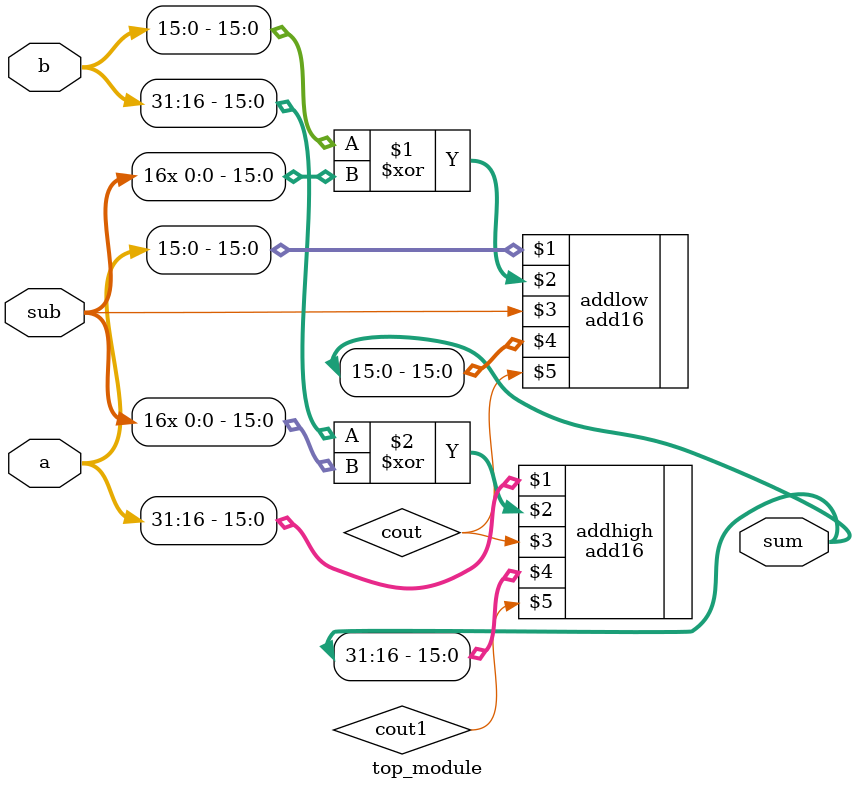
<source format=v>
module top_module(
    input [31:0] a,
    input [31:0] b,
    input sub,
    output [31:0] sum
);

    wire cout, cout1;
    add16 addlow ( a[15:0], b[15:0] ^ {16{sub}}, sub, sum[15:0], cout );
    add16 addhigh ( a[31:16], b[31:16] ^ {16{sub}}, cout, sum[31:16], cout1 );
  // 32-bit XOR cannot directly write as b ^ sub, should be b ^ {32{sub}}
    
endmodule

</source>
